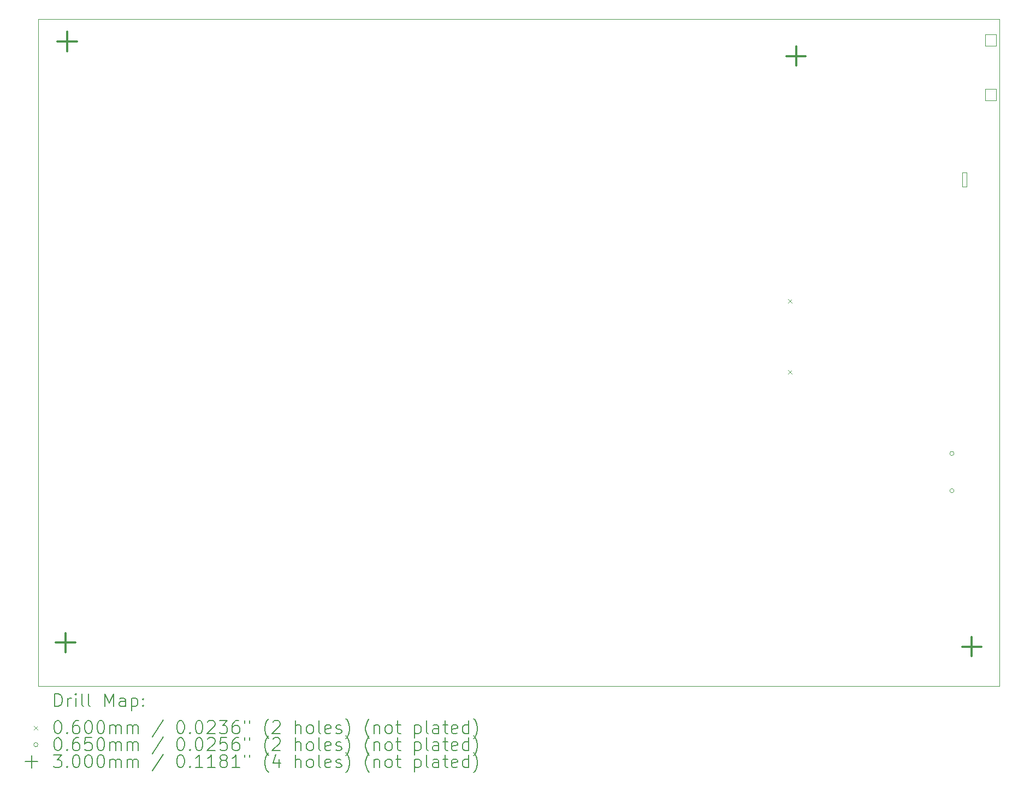
<source format=gbr>
%TF.GenerationSoftware,KiCad,Pcbnew,9.0.1*%
%TF.CreationDate,2025-09-03T14:35:04-07:00*%
%TF.ProjectId,Project68,50726f6a-6563-4743-9638-2e6b69636164,rev?*%
%TF.SameCoordinates,Original*%
%TF.FileFunction,Drillmap*%
%TF.FilePolarity,Positive*%
%FSLAX45Y45*%
G04 Gerber Fmt 4.5, Leading zero omitted, Abs format (unit mm)*
G04 Created by KiCad (PCBNEW 9.0.1) date 2025-09-03 14:35:04*
%MOMM*%
%LPD*%
G01*
G04 APERTURE LIST*
%ADD10C,0.050000*%
%ADD11C,0.010000*%
%ADD12C,0.200000*%
%ADD13C,0.100000*%
%ADD14C,0.300000*%
G04 APERTURE END LIST*
D10*
X8575000Y-3948100D02*
X23480000Y-3948100D01*
X23480000Y-14300000D01*
X8575000Y-14300000D01*
X8575000Y-3948100D01*
D11*
X23255000Y-4185000D02*
X23255000Y-4365000D01*
X23255000Y-4365000D02*
X23425000Y-4365000D01*
X23255000Y-5035000D02*
X23255000Y-5215000D01*
X23255000Y-5215000D02*
X23425000Y-5215000D01*
X23425000Y-4185000D02*
X23255000Y-4185000D01*
X23425000Y-4365000D02*
X23425000Y-4185000D01*
X23425000Y-5035000D02*
X23255000Y-5035000D01*
X23425000Y-5215000D02*
X23425000Y-5035000D01*
X22904600Y-6333500D02*
X22974600Y-6333500D01*
X22904600Y-6553500D02*
X22904600Y-6333500D01*
X22974600Y-6333500D02*
X22974600Y-6553500D01*
X22974600Y-6553500D02*
X22904600Y-6553500D01*
D12*
D13*
X20204600Y-8298500D02*
X20264600Y-8358500D01*
X20264600Y-8298500D02*
X20204600Y-8358500D01*
X20204600Y-9398500D02*
X20264600Y-9458500D01*
X20264600Y-9398500D02*
X20204600Y-9458500D01*
X22774100Y-10689000D02*
G75*
G02*
X22709100Y-10689000I-32500J0D01*
G01*
X22709100Y-10689000D02*
G75*
G02*
X22774100Y-10689000I32500J0D01*
G01*
X22774100Y-11267000D02*
G75*
G02*
X22709100Y-11267000I-32500J0D01*
G01*
X22709100Y-11267000D02*
G75*
G02*
X22774100Y-11267000I32500J0D01*
G01*
D14*
X9000000Y-13475000D02*
X9000000Y-13775000D01*
X8850000Y-13625000D02*
X9150000Y-13625000D01*
X9025000Y-4150000D02*
X9025000Y-4450000D01*
X8875000Y-4300000D02*
X9175000Y-4300000D01*
X20325000Y-4375000D02*
X20325000Y-4675000D01*
X20175000Y-4525000D02*
X20475000Y-4525000D01*
X23050000Y-13536500D02*
X23050000Y-13836500D01*
X22900000Y-13686500D02*
X23200000Y-13686500D01*
D12*
X8833277Y-14613984D02*
X8833277Y-14413984D01*
X8833277Y-14413984D02*
X8880896Y-14413984D01*
X8880896Y-14413984D02*
X8909467Y-14423508D01*
X8909467Y-14423508D02*
X8928515Y-14442555D01*
X8928515Y-14442555D02*
X8938039Y-14461603D01*
X8938039Y-14461603D02*
X8947563Y-14499698D01*
X8947563Y-14499698D02*
X8947563Y-14528269D01*
X8947563Y-14528269D02*
X8938039Y-14566365D01*
X8938039Y-14566365D02*
X8928515Y-14585412D01*
X8928515Y-14585412D02*
X8909467Y-14604460D01*
X8909467Y-14604460D02*
X8880896Y-14613984D01*
X8880896Y-14613984D02*
X8833277Y-14613984D01*
X9033277Y-14613984D02*
X9033277Y-14480650D01*
X9033277Y-14518746D02*
X9042801Y-14499698D01*
X9042801Y-14499698D02*
X9052324Y-14490174D01*
X9052324Y-14490174D02*
X9071372Y-14480650D01*
X9071372Y-14480650D02*
X9090420Y-14480650D01*
X9157086Y-14613984D02*
X9157086Y-14480650D01*
X9157086Y-14413984D02*
X9147563Y-14423508D01*
X9147563Y-14423508D02*
X9157086Y-14433031D01*
X9157086Y-14433031D02*
X9166610Y-14423508D01*
X9166610Y-14423508D02*
X9157086Y-14413984D01*
X9157086Y-14413984D02*
X9157086Y-14433031D01*
X9280896Y-14613984D02*
X9261848Y-14604460D01*
X9261848Y-14604460D02*
X9252324Y-14585412D01*
X9252324Y-14585412D02*
X9252324Y-14413984D01*
X9385658Y-14613984D02*
X9366610Y-14604460D01*
X9366610Y-14604460D02*
X9357086Y-14585412D01*
X9357086Y-14585412D02*
X9357086Y-14413984D01*
X9614229Y-14613984D02*
X9614229Y-14413984D01*
X9614229Y-14413984D02*
X9680896Y-14556841D01*
X9680896Y-14556841D02*
X9747563Y-14413984D01*
X9747563Y-14413984D02*
X9747563Y-14613984D01*
X9928515Y-14613984D02*
X9928515Y-14509222D01*
X9928515Y-14509222D02*
X9918991Y-14490174D01*
X9918991Y-14490174D02*
X9899944Y-14480650D01*
X9899944Y-14480650D02*
X9861848Y-14480650D01*
X9861848Y-14480650D02*
X9842801Y-14490174D01*
X9928515Y-14604460D02*
X9909467Y-14613984D01*
X9909467Y-14613984D02*
X9861848Y-14613984D01*
X9861848Y-14613984D02*
X9842801Y-14604460D01*
X9842801Y-14604460D02*
X9833277Y-14585412D01*
X9833277Y-14585412D02*
X9833277Y-14566365D01*
X9833277Y-14566365D02*
X9842801Y-14547317D01*
X9842801Y-14547317D02*
X9861848Y-14537793D01*
X9861848Y-14537793D02*
X9909467Y-14537793D01*
X9909467Y-14537793D02*
X9928515Y-14528269D01*
X10023753Y-14480650D02*
X10023753Y-14680650D01*
X10023753Y-14490174D02*
X10042801Y-14480650D01*
X10042801Y-14480650D02*
X10080896Y-14480650D01*
X10080896Y-14480650D02*
X10099944Y-14490174D01*
X10099944Y-14490174D02*
X10109467Y-14499698D01*
X10109467Y-14499698D02*
X10118991Y-14518746D01*
X10118991Y-14518746D02*
X10118991Y-14575888D01*
X10118991Y-14575888D02*
X10109467Y-14594936D01*
X10109467Y-14594936D02*
X10099944Y-14604460D01*
X10099944Y-14604460D02*
X10080896Y-14613984D01*
X10080896Y-14613984D02*
X10042801Y-14613984D01*
X10042801Y-14613984D02*
X10023753Y-14604460D01*
X10204705Y-14594936D02*
X10214229Y-14604460D01*
X10214229Y-14604460D02*
X10204705Y-14613984D01*
X10204705Y-14613984D02*
X10195182Y-14604460D01*
X10195182Y-14604460D02*
X10204705Y-14594936D01*
X10204705Y-14594936D02*
X10204705Y-14613984D01*
X10204705Y-14490174D02*
X10214229Y-14499698D01*
X10214229Y-14499698D02*
X10204705Y-14509222D01*
X10204705Y-14509222D02*
X10195182Y-14499698D01*
X10195182Y-14499698D02*
X10204705Y-14490174D01*
X10204705Y-14490174D02*
X10204705Y-14509222D01*
D13*
X8512500Y-14912500D02*
X8572500Y-14972500D01*
X8572500Y-14912500D02*
X8512500Y-14972500D01*
D12*
X8871372Y-14833984D02*
X8890420Y-14833984D01*
X8890420Y-14833984D02*
X8909467Y-14843508D01*
X8909467Y-14843508D02*
X8918991Y-14853031D01*
X8918991Y-14853031D02*
X8928515Y-14872079D01*
X8928515Y-14872079D02*
X8938039Y-14910174D01*
X8938039Y-14910174D02*
X8938039Y-14957793D01*
X8938039Y-14957793D02*
X8928515Y-14995888D01*
X8928515Y-14995888D02*
X8918991Y-15014936D01*
X8918991Y-15014936D02*
X8909467Y-15024460D01*
X8909467Y-15024460D02*
X8890420Y-15033984D01*
X8890420Y-15033984D02*
X8871372Y-15033984D01*
X8871372Y-15033984D02*
X8852324Y-15024460D01*
X8852324Y-15024460D02*
X8842801Y-15014936D01*
X8842801Y-15014936D02*
X8833277Y-14995888D01*
X8833277Y-14995888D02*
X8823753Y-14957793D01*
X8823753Y-14957793D02*
X8823753Y-14910174D01*
X8823753Y-14910174D02*
X8833277Y-14872079D01*
X8833277Y-14872079D02*
X8842801Y-14853031D01*
X8842801Y-14853031D02*
X8852324Y-14843508D01*
X8852324Y-14843508D02*
X8871372Y-14833984D01*
X9023753Y-15014936D02*
X9033277Y-15024460D01*
X9033277Y-15024460D02*
X9023753Y-15033984D01*
X9023753Y-15033984D02*
X9014229Y-15024460D01*
X9014229Y-15024460D02*
X9023753Y-15014936D01*
X9023753Y-15014936D02*
X9023753Y-15033984D01*
X9204705Y-14833984D02*
X9166610Y-14833984D01*
X9166610Y-14833984D02*
X9147563Y-14843508D01*
X9147563Y-14843508D02*
X9138039Y-14853031D01*
X9138039Y-14853031D02*
X9118991Y-14881603D01*
X9118991Y-14881603D02*
X9109467Y-14919698D01*
X9109467Y-14919698D02*
X9109467Y-14995888D01*
X9109467Y-14995888D02*
X9118991Y-15014936D01*
X9118991Y-15014936D02*
X9128515Y-15024460D01*
X9128515Y-15024460D02*
X9147563Y-15033984D01*
X9147563Y-15033984D02*
X9185658Y-15033984D01*
X9185658Y-15033984D02*
X9204705Y-15024460D01*
X9204705Y-15024460D02*
X9214229Y-15014936D01*
X9214229Y-15014936D02*
X9223753Y-14995888D01*
X9223753Y-14995888D02*
X9223753Y-14948269D01*
X9223753Y-14948269D02*
X9214229Y-14929222D01*
X9214229Y-14929222D02*
X9204705Y-14919698D01*
X9204705Y-14919698D02*
X9185658Y-14910174D01*
X9185658Y-14910174D02*
X9147563Y-14910174D01*
X9147563Y-14910174D02*
X9128515Y-14919698D01*
X9128515Y-14919698D02*
X9118991Y-14929222D01*
X9118991Y-14929222D02*
X9109467Y-14948269D01*
X9347563Y-14833984D02*
X9366610Y-14833984D01*
X9366610Y-14833984D02*
X9385658Y-14843508D01*
X9385658Y-14843508D02*
X9395182Y-14853031D01*
X9395182Y-14853031D02*
X9404705Y-14872079D01*
X9404705Y-14872079D02*
X9414229Y-14910174D01*
X9414229Y-14910174D02*
X9414229Y-14957793D01*
X9414229Y-14957793D02*
X9404705Y-14995888D01*
X9404705Y-14995888D02*
X9395182Y-15014936D01*
X9395182Y-15014936D02*
X9385658Y-15024460D01*
X9385658Y-15024460D02*
X9366610Y-15033984D01*
X9366610Y-15033984D02*
X9347563Y-15033984D01*
X9347563Y-15033984D02*
X9328515Y-15024460D01*
X9328515Y-15024460D02*
X9318991Y-15014936D01*
X9318991Y-15014936D02*
X9309467Y-14995888D01*
X9309467Y-14995888D02*
X9299944Y-14957793D01*
X9299944Y-14957793D02*
X9299944Y-14910174D01*
X9299944Y-14910174D02*
X9309467Y-14872079D01*
X9309467Y-14872079D02*
X9318991Y-14853031D01*
X9318991Y-14853031D02*
X9328515Y-14843508D01*
X9328515Y-14843508D02*
X9347563Y-14833984D01*
X9538039Y-14833984D02*
X9557086Y-14833984D01*
X9557086Y-14833984D02*
X9576134Y-14843508D01*
X9576134Y-14843508D02*
X9585658Y-14853031D01*
X9585658Y-14853031D02*
X9595182Y-14872079D01*
X9595182Y-14872079D02*
X9604705Y-14910174D01*
X9604705Y-14910174D02*
X9604705Y-14957793D01*
X9604705Y-14957793D02*
X9595182Y-14995888D01*
X9595182Y-14995888D02*
X9585658Y-15014936D01*
X9585658Y-15014936D02*
X9576134Y-15024460D01*
X9576134Y-15024460D02*
X9557086Y-15033984D01*
X9557086Y-15033984D02*
X9538039Y-15033984D01*
X9538039Y-15033984D02*
X9518991Y-15024460D01*
X9518991Y-15024460D02*
X9509467Y-15014936D01*
X9509467Y-15014936D02*
X9499944Y-14995888D01*
X9499944Y-14995888D02*
X9490420Y-14957793D01*
X9490420Y-14957793D02*
X9490420Y-14910174D01*
X9490420Y-14910174D02*
X9499944Y-14872079D01*
X9499944Y-14872079D02*
X9509467Y-14853031D01*
X9509467Y-14853031D02*
X9518991Y-14843508D01*
X9518991Y-14843508D02*
X9538039Y-14833984D01*
X9690420Y-15033984D02*
X9690420Y-14900650D01*
X9690420Y-14919698D02*
X9699944Y-14910174D01*
X9699944Y-14910174D02*
X9718991Y-14900650D01*
X9718991Y-14900650D02*
X9747563Y-14900650D01*
X9747563Y-14900650D02*
X9766610Y-14910174D01*
X9766610Y-14910174D02*
X9776134Y-14929222D01*
X9776134Y-14929222D02*
X9776134Y-15033984D01*
X9776134Y-14929222D02*
X9785658Y-14910174D01*
X9785658Y-14910174D02*
X9804705Y-14900650D01*
X9804705Y-14900650D02*
X9833277Y-14900650D01*
X9833277Y-14900650D02*
X9852325Y-14910174D01*
X9852325Y-14910174D02*
X9861848Y-14929222D01*
X9861848Y-14929222D02*
X9861848Y-15033984D01*
X9957086Y-15033984D02*
X9957086Y-14900650D01*
X9957086Y-14919698D02*
X9966610Y-14910174D01*
X9966610Y-14910174D02*
X9985658Y-14900650D01*
X9985658Y-14900650D02*
X10014229Y-14900650D01*
X10014229Y-14900650D02*
X10033277Y-14910174D01*
X10033277Y-14910174D02*
X10042801Y-14929222D01*
X10042801Y-14929222D02*
X10042801Y-15033984D01*
X10042801Y-14929222D02*
X10052325Y-14910174D01*
X10052325Y-14910174D02*
X10071372Y-14900650D01*
X10071372Y-14900650D02*
X10099944Y-14900650D01*
X10099944Y-14900650D02*
X10118991Y-14910174D01*
X10118991Y-14910174D02*
X10128515Y-14929222D01*
X10128515Y-14929222D02*
X10128515Y-15033984D01*
X10518991Y-14824460D02*
X10347563Y-15081603D01*
X10776134Y-14833984D02*
X10795182Y-14833984D01*
X10795182Y-14833984D02*
X10814229Y-14843508D01*
X10814229Y-14843508D02*
X10823753Y-14853031D01*
X10823753Y-14853031D02*
X10833277Y-14872079D01*
X10833277Y-14872079D02*
X10842801Y-14910174D01*
X10842801Y-14910174D02*
X10842801Y-14957793D01*
X10842801Y-14957793D02*
X10833277Y-14995888D01*
X10833277Y-14995888D02*
X10823753Y-15014936D01*
X10823753Y-15014936D02*
X10814229Y-15024460D01*
X10814229Y-15024460D02*
X10795182Y-15033984D01*
X10795182Y-15033984D02*
X10776134Y-15033984D01*
X10776134Y-15033984D02*
X10757087Y-15024460D01*
X10757087Y-15024460D02*
X10747563Y-15014936D01*
X10747563Y-15014936D02*
X10738039Y-14995888D01*
X10738039Y-14995888D02*
X10728515Y-14957793D01*
X10728515Y-14957793D02*
X10728515Y-14910174D01*
X10728515Y-14910174D02*
X10738039Y-14872079D01*
X10738039Y-14872079D02*
X10747563Y-14853031D01*
X10747563Y-14853031D02*
X10757087Y-14843508D01*
X10757087Y-14843508D02*
X10776134Y-14833984D01*
X10928515Y-15014936D02*
X10938039Y-15024460D01*
X10938039Y-15024460D02*
X10928515Y-15033984D01*
X10928515Y-15033984D02*
X10918991Y-15024460D01*
X10918991Y-15024460D02*
X10928515Y-15014936D01*
X10928515Y-15014936D02*
X10928515Y-15033984D01*
X11061848Y-14833984D02*
X11080896Y-14833984D01*
X11080896Y-14833984D02*
X11099944Y-14843508D01*
X11099944Y-14843508D02*
X11109468Y-14853031D01*
X11109468Y-14853031D02*
X11118991Y-14872079D01*
X11118991Y-14872079D02*
X11128515Y-14910174D01*
X11128515Y-14910174D02*
X11128515Y-14957793D01*
X11128515Y-14957793D02*
X11118991Y-14995888D01*
X11118991Y-14995888D02*
X11109468Y-15014936D01*
X11109468Y-15014936D02*
X11099944Y-15024460D01*
X11099944Y-15024460D02*
X11080896Y-15033984D01*
X11080896Y-15033984D02*
X11061848Y-15033984D01*
X11061848Y-15033984D02*
X11042801Y-15024460D01*
X11042801Y-15024460D02*
X11033277Y-15014936D01*
X11033277Y-15014936D02*
X11023753Y-14995888D01*
X11023753Y-14995888D02*
X11014229Y-14957793D01*
X11014229Y-14957793D02*
X11014229Y-14910174D01*
X11014229Y-14910174D02*
X11023753Y-14872079D01*
X11023753Y-14872079D02*
X11033277Y-14853031D01*
X11033277Y-14853031D02*
X11042801Y-14843508D01*
X11042801Y-14843508D02*
X11061848Y-14833984D01*
X11204706Y-14853031D02*
X11214229Y-14843508D01*
X11214229Y-14843508D02*
X11233277Y-14833984D01*
X11233277Y-14833984D02*
X11280896Y-14833984D01*
X11280896Y-14833984D02*
X11299944Y-14843508D01*
X11299944Y-14843508D02*
X11309467Y-14853031D01*
X11309467Y-14853031D02*
X11318991Y-14872079D01*
X11318991Y-14872079D02*
X11318991Y-14891127D01*
X11318991Y-14891127D02*
X11309467Y-14919698D01*
X11309467Y-14919698D02*
X11195182Y-15033984D01*
X11195182Y-15033984D02*
X11318991Y-15033984D01*
X11385658Y-14833984D02*
X11509467Y-14833984D01*
X11509467Y-14833984D02*
X11442801Y-14910174D01*
X11442801Y-14910174D02*
X11471372Y-14910174D01*
X11471372Y-14910174D02*
X11490420Y-14919698D01*
X11490420Y-14919698D02*
X11499944Y-14929222D01*
X11499944Y-14929222D02*
X11509467Y-14948269D01*
X11509467Y-14948269D02*
X11509467Y-14995888D01*
X11509467Y-14995888D02*
X11499944Y-15014936D01*
X11499944Y-15014936D02*
X11490420Y-15024460D01*
X11490420Y-15024460D02*
X11471372Y-15033984D01*
X11471372Y-15033984D02*
X11414229Y-15033984D01*
X11414229Y-15033984D02*
X11395182Y-15024460D01*
X11395182Y-15024460D02*
X11385658Y-15014936D01*
X11680896Y-14833984D02*
X11642801Y-14833984D01*
X11642801Y-14833984D02*
X11623753Y-14843508D01*
X11623753Y-14843508D02*
X11614229Y-14853031D01*
X11614229Y-14853031D02*
X11595182Y-14881603D01*
X11595182Y-14881603D02*
X11585658Y-14919698D01*
X11585658Y-14919698D02*
X11585658Y-14995888D01*
X11585658Y-14995888D02*
X11595182Y-15014936D01*
X11595182Y-15014936D02*
X11604706Y-15024460D01*
X11604706Y-15024460D02*
X11623753Y-15033984D01*
X11623753Y-15033984D02*
X11661848Y-15033984D01*
X11661848Y-15033984D02*
X11680896Y-15024460D01*
X11680896Y-15024460D02*
X11690420Y-15014936D01*
X11690420Y-15014936D02*
X11699944Y-14995888D01*
X11699944Y-14995888D02*
X11699944Y-14948269D01*
X11699944Y-14948269D02*
X11690420Y-14929222D01*
X11690420Y-14929222D02*
X11680896Y-14919698D01*
X11680896Y-14919698D02*
X11661848Y-14910174D01*
X11661848Y-14910174D02*
X11623753Y-14910174D01*
X11623753Y-14910174D02*
X11604706Y-14919698D01*
X11604706Y-14919698D02*
X11595182Y-14929222D01*
X11595182Y-14929222D02*
X11585658Y-14948269D01*
X11776134Y-14833984D02*
X11776134Y-14872079D01*
X11852325Y-14833984D02*
X11852325Y-14872079D01*
X12147563Y-15110174D02*
X12138039Y-15100650D01*
X12138039Y-15100650D02*
X12118991Y-15072079D01*
X12118991Y-15072079D02*
X12109468Y-15053031D01*
X12109468Y-15053031D02*
X12099944Y-15024460D01*
X12099944Y-15024460D02*
X12090420Y-14976841D01*
X12090420Y-14976841D02*
X12090420Y-14938746D01*
X12090420Y-14938746D02*
X12099944Y-14891127D01*
X12099944Y-14891127D02*
X12109468Y-14862555D01*
X12109468Y-14862555D02*
X12118991Y-14843508D01*
X12118991Y-14843508D02*
X12138039Y-14814936D01*
X12138039Y-14814936D02*
X12147563Y-14805412D01*
X12214229Y-14853031D02*
X12223753Y-14843508D01*
X12223753Y-14843508D02*
X12242801Y-14833984D01*
X12242801Y-14833984D02*
X12290420Y-14833984D01*
X12290420Y-14833984D02*
X12309468Y-14843508D01*
X12309468Y-14843508D02*
X12318991Y-14853031D01*
X12318991Y-14853031D02*
X12328515Y-14872079D01*
X12328515Y-14872079D02*
X12328515Y-14891127D01*
X12328515Y-14891127D02*
X12318991Y-14919698D01*
X12318991Y-14919698D02*
X12204706Y-15033984D01*
X12204706Y-15033984D02*
X12328515Y-15033984D01*
X12566610Y-15033984D02*
X12566610Y-14833984D01*
X12652325Y-15033984D02*
X12652325Y-14929222D01*
X12652325Y-14929222D02*
X12642801Y-14910174D01*
X12642801Y-14910174D02*
X12623753Y-14900650D01*
X12623753Y-14900650D02*
X12595182Y-14900650D01*
X12595182Y-14900650D02*
X12576134Y-14910174D01*
X12576134Y-14910174D02*
X12566610Y-14919698D01*
X12776134Y-15033984D02*
X12757087Y-15024460D01*
X12757087Y-15024460D02*
X12747563Y-15014936D01*
X12747563Y-15014936D02*
X12738039Y-14995888D01*
X12738039Y-14995888D02*
X12738039Y-14938746D01*
X12738039Y-14938746D02*
X12747563Y-14919698D01*
X12747563Y-14919698D02*
X12757087Y-14910174D01*
X12757087Y-14910174D02*
X12776134Y-14900650D01*
X12776134Y-14900650D02*
X12804706Y-14900650D01*
X12804706Y-14900650D02*
X12823753Y-14910174D01*
X12823753Y-14910174D02*
X12833277Y-14919698D01*
X12833277Y-14919698D02*
X12842801Y-14938746D01*
X12842801Y-14938746D02*
X12842801Y-14995888D01*
X12842801Y-14995888D02*
X12833277Y-15014936D01*
X12833277Y-15014936D02*
X12823753Y-15024460D01*
X12823753Y-15024460D02*
X12804706Y-15033984D01*
X12804706Y-15033984D02*
X12776134Y-15033984D01*
X12957087Y-15033984D02*
X12938039Y-15024460D01*
X12938039Y-15024460D02*
X12928515Y-15005412D01*
X12928515Y-15005412D02*
X12928515Y-14833984D01*
X13109468Y-15024460D02*
X13090420Y-15033984D01*
X13090420Y-15033984D02*
X13052325Y-15033984D01*
X13052325Y-15033984D02*
X13033277Y-15024460D01*
X13033277Y-15024460D02*
X13023753Y-15005412D01*
X13023753Y-15005412D02*
X13023753Y-14929222D01*
X13023753Y-14929222D02*
X13033277Y-14910174D01*
X13033277Y-14910174D02*
X13052325Y-14900650D01*
X13052325Y-14900650D02*
X13090420Y-14900650D01*
X13090420Y-14900650D02*
X13109468Y-14910174D01*
X13109468Y-14910174D02*
X13118991Y-14929222D01*
X13118991Y-14929222D02*
X13118991Y-14948269D01*
X13118991Y-14948269D02*
X13023753Y-14967317D01*
X13195182Y-15024460D02*
X13214230Y-15033984D01*
X13214230Y-15033984D02*
X13252325Y-15033984D01*
X13252325Y-15033984D02*
X13271372Y-15024460D01*
X13271372Y-15024460D02*
X13280896Y-15005412D01*
X13280896Y-15005412D02*
X13280896Y-14995888D01*
X13280896Y-14995888D02*
X13271372Y-14976841D01*
X13271372Y-14976841D02*
X13252325Y-14967317D01*
X13252325Y-14967317D02*
X13223753Y-14967317D01*
X13223753Y-14967317D02*
X13204706Y-14957793D01*
X13204706Y-14957793D02*
X13195182Y-14938746D01*
X13195182Y-14938746D02*
X13195182Y-14929222D01*
X13195182Y-14929222D02*
X13204706Y-14910174D01*
X13204706Y-14910174D02*
X13223753Y-14900650D01*
X13223753Y-14900650D02*
X13252325Y-14900650D01*
X13252325Y-14900650D02*
X13271372Y-14910174D01*
X13347563Y-15110174D02*
X13357087Y-15100650D01*
X13357087Y-15100650D02*
X13376134Y-15072079D01*
X13376134Y-15072079D02*
X13385658Y-15053031D01*
X13385658Y-15053031D02*
X13395182Y-15024460D01*
X13395182Y-15024460D02*
X13404706Y-14976841D01*
X13404706Y-14976841D02*
X13404706Y-14938746D01*
X13404706Y-14938746D02*
X13395182Y-14891127D01*
X13395182Y-14891127D02*
X13385658Y-14862555D01*
X13385658Y-14862555D02*
X13376134Y-14843508D01*
X13376134Y-14843508D02*
X13357087Y-14814936D01*
X13357087Y-14814936D02*
X13347563Y-14805412D01*
X13709468Y-15110174D02*
X13699944Y-15100650D01*
X13699944Y-15100650D02*
X13680896Y-15072079D01*
X13680896Y-15072079D02*
X13671372Y-15053031D01*
X13671372Y-15053031D02*
X13661849Y-15024460D01*
X13661849Y-15024460D02*
X13652325Y-14976841D01*
X13652325Y-14976841D02*
X13652325Y-14938746D01*
X13652325Y-14938746D02*
X13661849Y-14891127D01*
X13661849Y-14891127D02*
X13671372Y-14862555D01*
X13671372Y-14862555D02*
X13680896Y-14843508D01*
X13680896Y-14843508D02*
X13699944Y-14814936D01*
X13699944Y-14814936D02*
X13709468Y-14805412D01*
X13785658Y-14900650D02*
X13785658Y-15033984D01*
X13785658Y-14919698D02*
X13795182Y-14910174D01*
X13795182Y-14910174D02*
X13814230Y-14900650D01*
X13814230Y-14900650D02*
X13842801Y-14900650D01*
X13842801Y-14900650D02*
X13861849Y-14910174D01*
X13861849Y-14910174D02*
X13871372Y-14929222D01*
X13871372Y-14929222D02*
X13871372Y-15033984D01*
X13995182Y-15033984D02*
X13976134Y-15024460D01*
X13976134Y-15024460D02*
X13966611Y-15014936D01*
X13966611Y-15014936D02*
X13957087Y-14995888D01*
X13957087Y-14995888D02*
X13957087Y-14938746D01*
X13957087Y-14938746D02*
X13966611Y-14919698D01*
X13966611Y-14919698D02*
X13976134Y-14910174D01*
X13976134Y-14910174D02*
X13995182Y-14900650D01*
X13995182Y-14900650D02*
X14023753Y-14900650D01*
X14023753Y-14900650D02*
X14042801Y-14910174D01*
X14042801Y-14910174D02*
X14052325Y-14919698D01*
X14052325Y-14919698D02*
X14061849Y-14938746D01*
X14061849Y-14938746D02*
X14061849Y-14995888D01*
X14061849Y-14995888D02*
X14052325Y-15014936D01*
X14052325Y-15014936D02*
X14042801Y-15024460D01*
X14042801Y-15024460D02*
X14023753Y-15033984D01*
X14023753Y-15033984D02*
X13995182Y-15033984D01*
X14118992Y-14900650D02*
X14195182Y-14900650D01*
X14147563Y-14833984D02*
X14147563Y-15005412D01*
X14147563Y-15005412D02*
X14157087Y-15024460D01*
X14157087Y-15024460D02*
X14176134Y-15033984D01*
X14176134Y-15033984D02*
X14195182Y-15033984D01*
X14414230Y-14900650D02*
X14414230Y-15100650D01*
X14414230Y-14910174D02*
X14433277Y-14900650D01*
X14433277Y-14900650D02*
X14471373Y-14900650D01*
X14471373Y-14900650D02*
X14490420Y-14910174D01*
X14490420Y-14910174D02*
X14499944Y-14919698D01*
X14499944Y-14919698D02*
X14509468Y-14938746D01*
X14509468Y-14938746D02*
X14509468Y-14995888D01*
X14509468Y-14995888D02*
X14499944Y-15014936D01*
X14499944Y-15014936D02*
X14490420Y-15024460D01*
X14490420Y-15024460D02*
X14471373Y-15033984D01*
X14471373Y-15033984D02*
X14433277Y-15033984D01*
X14433277Y-15033984D02*
X14414230Y-15024460D01*
X14623753Y-15033984D02*
X14604706Y-15024460D01*
X14604706Y-15024460D02*
X14595182Y-15005412D01*
X14595182Y-15005412D02*
X14595182Y-14833984D01*
X14785658Y-15033984D02*
X14785658Y-14929222D01*
X14785658Y-14929222D02*
X14776134Y-14910174D01*
X14776134Y-14910174D02*
X14757087Y-14900650D01*
X14757087Y-14900650D02*
X14718992Y-14900650D01*
X14718992Y-14900650D02*
X14699944Y-14910174D01*
X14785658Y-15024460D02*
X14766611Y-15033984D01*
X14766611Y-15033984D02*
X14718992Y-15033984D01*
X14718992Y-15033984D02*
X14699944Y-15024460D01*
X14699944Y-15024460D02*
X14690420Y-15005412D01*
X14690420Y-15005412D02*
X14690420Y-14986365D01*
X14690420Y-14986365D02*
X14699944Y-14967317D01*
X14699944Y-14967317D02*
X14718992Y-14957793D01*
X14718992Y-14957793D02*
X14766611Y-14957793D01*
X14766611Y-14957793D02*
X14785658Y-14948269D01*
X14852325Y-14900650D02*
X14928515Y-14900650D01*
X14880896Y-14833984D02*
X14880896Y-15005412D01*
X14880896Y-15005412D02*
X14890420Y-15024460D01*
X14890420Y-15024460D02*
X14909468Y-15033984D01*
X14909468Y-15033984D02*
X14928515Y-15033984D01*
X15071373Y-15024460D02*
X15052325Y-15033984D01*
X15052325Y-15033984D02*
X15014230Y-15033984D01*
X15014230Y-15033984D02*
X14995182Y-15024460D01*
X14995182Y-15024460D02*
X14985658Y-15005412D01*
X14985658Y-15005412D02*
X14985658Y-14929222D01*
X14985658Y-14929222D02*
X14995182Y-14910174D01*
X14995182Y-14910174D02*
X15014230Y-14900650D01*
X15014230Y-14900650D02*
X15052325Y-14900650D01*
X15052325Y-14900650D02*
X15071373Y-14910174D01*
X15071373Y-14910174D02*
X15080896Y-14929222D01*
X15080896Y-14929222D02*
X15080896Y-14948269D01*
X15080896Y-14948269D02*
X14985658Y-14967317D01*
X15252325Y-15033984D02*
X15252325Y-14833984D01*
X15252325Y-15024460D02*
X15233277Y-15033984D01*
X15233277Y-15033984D02*
X15195182Y-15033984D01*
X15195182Y-15033984D02*
X15176134Y-15024460D01*
X15176134Y-15024460D02*
X15166611Y-15014936D01*
X15166611Y-15014936D02*
X15157087Y-14995888D01*
X15157087Y-14995888D02*
X15157087Y-14938746D01*
X15157087Y-14938746D02*
X15166611Y-14919698D01*
X15166611Y-14919698D02*
X15176134Y-14910174D01*
X15176134Y-14910174D02*
X15195182Y-14900650D01*
X15195182Y-14900650D02*
X15233277Y-14900650D01*
X15233277Y-14900650D02*
X15252325Y-14910174D01*
X15328515Y-15110174D02*
X15338039Y-15100650D01*
X15338039Y-15100650D02*
X15357087Y-15072079D01*
X15357087Y-15072079D02*
X15366611Y-15053031D01*
X15366611Y-15053031D02*
X15376134Y-15024460D01*
X15376134Y-15024460D02*
X15385658Y-14976841D01*
X15385658Y-14976841D02*
X15385658Y-14938746D01*
X15385658Y-14938746D02*
X15376134Y-14891127D01*
X15376134Y-14891127D02*
X15366611Y-14862555D01*
X15366611Y-14862555D02*
X15357087Y-14843508D01*
X15357087Y-14843508D02*
X15338039Y-14814936D01*
X15338039Y-14814936D02*
X15328515Y-14805412D01*
D13*
X8572500Y-15206500D02*
G75*
G02*
X8507500Y-15206500I-32500J0D01*
G01*
X8507500Y-15206500D02*
G75*
G02*
X8572500Y-15206500I32500J0D01*
G01*
D12*
X8871372Y-15097984D02*
X8890420Y-15097984D01*
X8890420Y-15097984D02*
X8909467Y-15107508D01*
X8909467Y-15107508D02*
X8918991Y-15117031D01*
X8918991Y-15117031D02*
X8928515Y-15136079D01*
X8928515Y-15136079D02*
X8938039Y-15174174D01*
X8938039Y-15174174D02*
X8938039Y-15221793D01*
X8938039Y-15221793D02*
X8928515Y-15259888D01*
X8928515Y-15259888D02*
X8918991Y-15278936D01*
X8918991Y-15278936D02*
X8909467Y-15288460D01*
X8909467Y-15288460D02*
X8890420Y-15297984D01*
X8890420Y-15297984D02*
X8871372Y-15297984D01*
X8871372Y-15297984D02*
X8852324Y-15288460D01*
X8852324Y-15288460D02*
X8842801Y-15278936D01*
X8842801Y-15278936D02*
X8833277Y-15259888D01*
X8833277Y-15259888D02*
X8823753Y-15221793D01*
X8823753Y-15221793D02*
X8823753Y-15174174D01*
X8823753Y-15174174D02*
X8833277Y-15136079D01*
X8833277Y-15136079D02*
X8842801Y-15117031D01*
X8842801Y-15117031D02*
X8852324Y-15107508D01*
X8852324Y-15107508D02*
X8871372Y-15097984D01*
X9023753Y-15278936D02*
X9033277Y-15288460D01*
X9033277Y-15288460D02*
X9023753Y-15297984D01*
X9023753Y-15297984D02*
X9014229Y-15288460D01*
X9014229Y-15288460D02*
X9023753Y-15278936D01*
X9023753Y-15278936D02*
X9023753Y-15297984D01*
X9204705Y-15097984D02*
X9166610Y-15097984D01*
X9166610Y-15097984D02*
X9147563Y-15107508D01*
X9147563Y-15107508D02*
X9138039Y-15117031D01*
X9138039Y-15117031D02*
X9118991Y-15145603D01*
X9118991Y-15145603D02*
X9109467Y-15183698D01*
X9109467Y-15183698D02*
X9109467Y-15259888D01*
X9109467Y-15259888D02*
X9118991Y-15278936D01*
X9118991Y-15278936D02*
X9128515Y-15288460D01*
X9128515Y-15288460D02*
X9147563Y-15297984D01*
X9147563Y-15297984D02*
X9185658Y-15297984D01*
X9185658Y-15297984D02*
X9204705Y-15288460D01*
X9204705Y-15288460D02*
X9214229Y-15278936D01*
X9214229Y-15278936D02*
X9223753Y-15259888D01*
X9223753Y-15259888D02*
X9223753Y-15212269D01*
X9223753Y-15212269D02*
X9214229Y-15193222D01*
X9214229Y-15193222D02*
X9204705Y-15183698D01*
X9204705Y-15183698D02*
X9185658Y-15174174D01*
X9185658Y-15174174D02*
X9147563Y-15174174D01*
X9147563Y-15174174D02*
X9128515Y-15183698D01*
X9128515Y-15183698D02*
X9118991Y-15193222D01*
X9118991Y-15193222D02*
X9109467Y-15212269D01*
X9404705Y-15097984D02*
X9309467Y-15097984D01*
X9309467Y-15097984D02*
X9299944Y-15193222D01*
X9299944Y-15193222D02*
X9309467Y-15183698D01*
X9309467Y-15183698D02*
X9328515Y-15174174D01*
X9328515Y-15174174D02*
X9376134Y-15174174D01*
X9376134Y-15174174D02*
X9395182Y-15183698D01*
X9395182Y-15183698D02*
X9404705Y-15193222D01*
X9404705Y-15193222D02*
X9414229Y-15212269D01*
X9414229Y-15212269D02*
X9414229Y-15259888D01*
X9414229Y-15259888D02*
X9404705Y-15278936D01*
X9404705Y-15278936D02*
X9395182Y-15288460D01*
X9395182Y-15288460D02*
X9376134Y-15297984D01*
X9376134Y-15297984D02*
X9328515Y-15297984D01*
X9328515Y-15297984D02*
X9309467Y-15288460D01*
X9309467Y-15288460D02*
X9299944Y-15278936D01*
X9538039Y-15097984D02*
X9557086Y-15097984D01*
X9557086Y-15097984D02*
X9576134Y-15107508D01*
X9576134Y-15107508D02*
X9585658Y-15117031D01*
X9585658Y-15117031D02*
X9595182Y-15136079D01*
X9595182Y-15136079D02*
X9604705Y-15174174D01*
X9604705Y-15174174D02*
X9604705Y-15221793D01*
X9604705Y-15221793D02*
X9595182Y-15259888D01*
X9595182Y-15259888D02*
X9585658Y-15278936D01*
X9585658Y-15278936D02*
X9576134Y-15288460D01*
X9576134Y-15288460D02*
X9557086Y-15297984D01*
X9557086Y-15297984D02*
X9538039Y-15297984D01*
X9538039Y-15297984D02*
X9518991Y-15288460D01*
X9518991Y-15288460D02*
X9509467Y-15278936D01*
X9509467Y-15278936D02*
X9499944Y-15259888D01*
X9499944Y-15259888D02*
X9490420Y-15221793D01*
X9490420Y-15221793D02*
X9490420Y-15174174D01*
X9490420Y-15174174D02*
X9499944Y-15136079D01*
X9499944Y-15136079D02*
X9509467Y-15117031D01*
X9509467Y-15117031D02*
X9518991Y-15107508D01*
X9518991Y-15107508D02*
X9538039Y-15097984D01*
X9690420Y-15297984D02*
X9690420Y-15164650D01*
X9690420Y-15183698D02*
X9699944Y-15174174D01*
X9699944Y-15174174D02*
X9718991Y-15164650D01*
X9718991Y-15164650D02*
X9747563Y-15164650D01*
X9747563Y-15164650D02*
X9766610Y-15174174D01*
X9766610Y-15174174D02*
X9776134Y-15193222D01*
X9776134Y-15193222D02*
X9776134Y-15297984D01*
X9776134Y-15193222D02*
X9785658Y-15174174D01*
X9785658Y-15174174D02*
X9804705Y-15164650D01*
X9804705Y-15164650D02*
X9833277Y-15164650D01*
X9833277Y-15164650D02*
X9852325Y-15174174D01*
X9852325Y-15174174D02*
X9861848Y-15193222D01*
X9861848Y-15193222D02*
X9861848Y-15297984D01*
X9957086Y-15297984D02*
X9957086Y-15164650D01*
X9957086Y-15183698D02*
X9966610Y-15174174D01*
X9966610Y-15174174D02*
X9985658Y-15164650D01*
X9985658Y-15164650D02*
X10014229Y-15164650D01*
X10014229Y-15164650D02*
X10033277Y-15174174D01*
X10033277Y-15174174D02*
X10042801Y-15193222D01*
X10042801Y-15193222D02*
X10042801Y-15297984D01*
X10042801Y-15193222D02*
X10052325Y-15174174D01*
X10052325Y-15174174D02*
X10071372Y-15164650D01*
X10071372Y-15164650D02*
X10099944Y-15164650D01*
X10099944Y-15164650D02*
X10118991Y-15174174D01*
X10118991Y-15174174D02*
X10128515Y-15193222D01*
X10128515Y-15193222D02*
X10128515Y-15297984D01*
X10518991Y-15088460D02*
X10347563Y-15345603D01*
X10776134Y-15097984D02*
X10795182Y-15097984D01*
X10795182Y-15097984D02*
X10814229Y-15107508D01*
X10814229Y-15107508D02*
X10823753Y-15117031D01*
X10823753Y-15117031D02*
X10833277Y-15136079D01*
X10833277Y-15136079D02*
X10842801Y-15174174D01*
X10842801Y-15174174D02*
X10842801Y-15221793D01*
X10842801Y-15221793D02*
X10833277Y-15259888D01*
X10833277Y-15259888D02*
X10823753Y-15278936D01*
X10823753Y-15278936D02*
X10814229Y-15288460D01*
X10814229Y-15288460D02*
X10795182Y-15297984D01*
X10795182Y-15297984D02*
X10776134Y-15297984D01*
X10776134Y-15297984D02*
X10757087Y-15288460D01*
X10757087Y-15288460D02*
X10747563Y-15278936D01*
X10747563Y-15278936D02*
X10738039Y-15259888D01*
X10738039Y-15259888D02*
X10728515Y-15221793D01*
X10728515Y-15221793D02*
X10728515Y-15174174D01*
X10728515Y-15174174D02*
X10738039Y-15136079D01*
X10738039Y-15136079D02*
X10747563Y-15117031D01*
X10747563Y-15117031D02*
X10757087Y-15107508D01*
X10757087Y-15107508D02*
X10776134Y-15097984D01*
X10928515Y-15278936D02*
X10938039Y-15288460D01*
X10938039Y-15288460D02*
X10928515Y-15297984D01*
X10928515Y-15297984D02*
X10918991Y-15288460D01*
X10918991Y-15288460D02*
X10928515Y-15278936D01*
X10928515Y-15278936D02*
X10928515Y-15297984D01*
X11061848Y-15097984D02*
X11080896Y-15097984D01*
X11080896Y-15097984D02*
X11099944Y-15107508D01*
X11099944Y-15107508D02*
X11109468Y-15117031D01*
X11109468Y-15117031D02*
X11118991Y-15136079D01*
X11118991Y-15136079D02*
X11128515Y-15174174D01*
X11128515Y-15174174D02*
X11128515Y-15221793D01*
X11128515Y-15221793D02*
X11118991Y-15259888D01*
X11118991Y-15259888D02*
X11109468Y-15278936D01*
X11109468Y-15278936D02*
X11099944Y-15288460D01*
X11099944Y-15288460D02*
X11080896Y-15297984D01*
X11080896Y-15297984D02*
X11061848Y-15297984D01*
X11061848Y-15297984D02*
X11042801Y-15288460D01*
X11042801Y-15288460D02*
X11033277Y-15278936D01*
X11033277Y-15278936D02*
X11023753Y-15259888D01*
X11023753Y-15259888D02*
X11014229Y-15221793D01*
X11014229Y-15221793D02*
X11014229Y-15174174D01*
X11014229Y-15174174D02*
X11023753Y-15136079D01*
X11023753Y-15136079D02*
X11033277Y-15117031D01*
X11033277Y-15117031D02*
X11042801Y-15107508D01*
X11042801Y-15107508D02*
X11061848Y-15097984D01*
X11204706Y-15117031D02*
X11214229Y-15107508D01*
X11214229Y-15107508D02*
X11233277Y-15097984D01*
X11233277Y-15097984D02*
X11280896Y-15097984D01*
X11280896Y-15097984D02*
X11299944Y-15107508D01*
X11299944Y-15107508D02*
X11309467Y-15117031D01*
X11309467Y-15117031D02*
X11318991Y-15136079D01*
X11318991Y-15136079D02*
X11318991Y-15155127D01*
X11318991Y-15155127D02*
X11309467Y-15183698D01*
X11309467Y-15183698D02*
X11195182Y-15297984D01*
X11195182Y-15297984D02*
X11318991Y-15297984D01*
X11499944Y-15097984D02*
X11404706Y-15097984D01*
X11404706Y-15097984D02*
X11395182Y-15193222D01*
X11395182Y-15193222D02*
X11404706Y-15183698D01*
X11404706Y-15183698D02*
X11423753Y-15174174D01*
X11423753Y-15174174D02*
X11471372Y-15174174D01*
X11471372Y-15174174D02*
X11490420Y-15183698D01*
X11490420Y-15183698D02*
X11499944Y-15193222D01*
X11499944Y-15193222D02*
X11509467Y-15212269D01*
X11509467Y-15212269D02*
X11509467Y-15259888D01*
X11509467Y-15259888D02*
X11499944Y-15278936D01*
X11499944Y-15278936D02*
X11490420Y-15288460D01*
X11490420Y-15288460D02*
X11471372Y-15297984D01*
X11471372Y-15297984D02*
X11423753Y-15297984D01*
X11423753Y-15297984D02*
X11404706Y-15288460D01*
X11404706Y-15288460D02*
X11395182Y-15278936D01*
X11680896Y-15097984D02*
X11642801Y-15097984D01*
X11642801Y-15097984D02*
X11623753Y-15107508D01*
X11623753Y-15107508D02*
X11614229Y-15117031D01*
X11614229Y-15117031D02*
X11595182Y-15145603D01*
X11595182Y-15145603D02*
X11585658Y-15183698D01*
X11585658Y-15183698D02*
X11585658Y-15259888D01*
X11585658Y-15259888D02*
X11595182Y-15278936D01*
X11595182Y-15278936D02*
X11604706Y-15288460D01*
X11604706Y-15288460D02*
X11623753Y-15297984D01*
X11623753Y-15297984D02*
X11661848Y-15297984D01*
X11661848Y-15297984D02*
X11680896Y-15288460D01*
X11680896Y-15288460D02*
X11690420Y-15278936D01*
X11690420Y-15278936D02*
X11699944Y-15259888D01*
X11699944Y-15259888D02*
X11699944Y-15212269D01*
X11699944Y-15212269D02*
X11690420Y-15193222D01*
X11690420Y-15193222D02*
X11680896Y-15183698D01*
X11680896Y-15183698D02*
X11661848Y-15174174D01*
X11661848Y-15174174D02*
X11623753Y-15174174D01*
X11623753Y-15174174D02*
X11604706Y-15183698D01*
X11604706Y-15183698D02*
X11595182Y-15193222D01*
X11595182Y-15193222D02*
X11585658Y-15212269D01*
X11776134Y-15097984D02*
X11776134Y-15136079D01*
X11852325Y-15097984D02*
X11852325Y-15136079D01*
X12147563Y-15374174D02*
X12138039Y-15364650D01*
X12138039Y-15364650D02*
X12118991Y-15336079D01*
X12118991Y-15336079D02*
X12109468Y-15317031D01*
X12109468Y-15317031D02*
X12099944Y-15288460D01*
X12099944Y-15288460D02*
X12090420Y-15240841D01*
X12090420Y-15240841D02*
X12090420Y-15202746D01*
X12090420Y-15202746D02*
X12099944Y-15155127D01*
X12099944Y-15155127D02*
X12109468Y-15126555D01*
X12109468Y-15126555D02*
X12118991Y-15107508D01*
X12118991Y-15107508D02*
X12138039Y-15078936D01*
X12138039Y-15078936D02*
X12147563Y-15069412D01*
X12214229Y-15117031D02*
X12223753Y-15107508D01*
X12223753Y-15107508D02*
X12242801Y-15097984D01*
X12242801Y-15097984D02*
X12290420Y-15097984D01*
X12290420Y-15097984D02*
X12309468Y-15107508D01*
X12309468Y-15107508D02*
X12318991Y-15117031D01*
X12318991Y-15117031D02*
X12328515Y-15136079D01*
X12328515Y-15136079D02*
X12328515Y-15155127D01*
X12328515Y-15155127D02*
X12318991Y-15183698D01*
X12318991Y-15183698D02*
X12204706Y-15297984D01*
X12204706Y-15297984D02*
X12328515Y-15297984D01*
X12566610Y-15297984D02*
X12566610Y-15097984D01*
X12652325Y-15297984D02*
X12652325Y-15193222D01*
X12652325Y-15193222D02*
X12642801Y-15174174D01*
X12642801Y-15174174D02*
X12623753Y-15164650D01*
X12623753Y-15164650D02*
X12595182Y-15164650D01*
X12595182Y-15164650D02*
X12576134Y-15174174D01*
X12576134Y-15174174D02*
X12566610Y-15183698D01*
X12776134Y-15297984D02*
X12757087Y-15288460D01*
X12757087Y-15288460D02*
X12747563Y-15278936D01*
X12747563Y-15278936D02*
X12738039Y-15259888D01*
X12738039Y-15259888D02*
X12738039Y-15202746D01*
X12738039Y-15202746D02*
X12747563Y-15183698D01*
X12747563Y-15183698D02*
X12757087Y-15174174D01*
X12757087Y-15174174D02*
X12776134Y-15164650D01*
X12776134Y-15164650D02*
X12804706Y-15164650D01*
X12804706Y-15164650D02*
X12823753Y-15174174D01*
X12823753Y-15174174D02*
X12833277Y-15183698D01*
X12833277Y-15183698D02*
X12842801Y-15202746D01*
X12842801Y-15202746D02*
X12842801Y-15259888D01*
X12842801Y-15259888D02*
X12833277Y-15278936D01*
X12833277Y-15278936D02*
X12823753Y-15288460D01*
X12823753Y-15288460D02*
X12804706Y-15297984D01*
X12804706Y-15297984D02*
X12776134Y-15297984D01*
X12957087Y-15297984D02*
X12938039Y-15288460D01*
X12938039Y-15288460D02*
X12928515Y-15269412D01*
X12928515Y-15269412D02*
X12928515Y-15097984D01*
X13109468Y-15288460D02*
X13090420Y-15297984D01*
X13090420Y-15297984D02*
X13052325Y-15297984D01*
X13052325Y-15297984D02*
X13033277Y-15288460D01*
X13033277Y-15288460D02*
X13023753Y-15269412D01*
X13023753Y-15269412D02*
X13023753Y-15193222D01*
X13023753Y-15193222D02*
X13033277Y-15174174D01*
X13033277Y-15174174D02*
X13052325Y-15164650D01*
X13052325Y-15164650D02*
X13090420Y-15164650D01*
X13090420Y-15164650D02*
X13109468Y-15174174D01*
X13109468Y-15174174D02*
X13118991Y-15193222D01*
X13118991Y-15193222D02*
X13118991Y-15212269D01*
X13118991Y-15212269D02*
X13023753Y-15231317D01*
X13195182Y-15288460D02*
X13214230Y-15297984D01*
X13214230Y-15297984D02*
X13252325Y-15297984D01*
X13252325Y-15297984D02*
X13271372Y-15288460D01*
X13271372Y-15288460D02*
X13280896Y-15269412D01*
X13280896Y-15269412D02*
X13280896Y-15259888D01*
X13280896Y-15259888D02*
X13271372Y-15240841D01*
X13271372Y-15240841D02*
X13252325Y-15231317D01*
X13252325Y-15231317D02*
X13223753Y-15231317D01*
X13223753Y-15231317D02*
X13204706Y-15221793D01*
X13204706Y-15221793D02*
X13195182Y-15202746D01*
X13195182Y-15202746D02*
X13195182Y-15193222D01*
X13195182Y-15193222D02*
X13204706Y-15174174D01*
X13204706Y-15174174D02*
X13223753Y-15164650D01*
X13223753Y-15164650D02*
X13252325Y-15164650D01*
X13252325Y-15164650D02*
X13271372Y-15174174D01*
X13347563Y-15374174D02*
X13357087Y-15364650D01*
X13357087Y-15364650D02*
X13376134Y-15336079D01*
X13376134Y-15336079D02*
X13385658Y-15317031D01*
X13385658Y-15317031D02*
X13395182Y-15288460D01*
X13395182Y-15288460D02*
X13404706Y-15240841D01*
X13404706Y-15240841D02*
X13404706Y-15202746D01*
X13404706Y-15202746D02*
X13395182Y-15155127D01*
X13395182Y-15155127D02*
X13385658Y-15126555D01*
X13385658Y-15126555D02*
X13376134Y-15107508D01*
X13376134Y-15107508D02*
X13357087Y-15078936D01*
X13357087Y-15078936D02*
X13347563Y-15069412D01*
X13709468Y-15374174D02*
X13699944Y-15364650D01*
X13699944Y-15364650D02*
X13680896Y-15336079D01*
X13680896Y-15336079D02*
X13671372Y-15317031D01*
X13671372Y-15317031D02*
X13661849Y-15288460D01*
X13661849Y-15288460D02*
X13652325Y-15240841D01*
X13652325Y-15240841D02*
X13652325Y-15202746D01*
X13652325Y-15202746D02*
X13661849Y-15155127D01*
X13661849Y-15155127D02*
X13671372Y-15126555D01*
X13671372Y-15126555D02*
X13680896Y-15107508D01*
X13680896Y-15107508D02*
X13699944Y-15078936D01*
X13699944Y-15078936D02*
X13709468Y-15069412D01*
X13785658Y-15164650D02*
X13785658Y-15297984D01*
X13785658Y-15183698D02*
X13795182Y-15174174D01*
X13795182Y-15174174D02*
X13814230Y-15164650D01*
X13814230Y-15164650D02*
X13842801Y-15164650D01*
X13842801Y-15164650D02*
X13861849Y-15174174D01*
X13861849Y-15174174D02*
X13871372Y-15193222D01*
X13871372Y-15193222D02*
X13871372Y-15297984D01*
X13995182Y-15297984D02*
X13976134Y-15288460D01*
X13976134Y-15288460D02*
X13966611Y-15278936D01*
X13966611Y-15278936D02*
X13957087Y-15259888D01*
X13957087Y-15259888D02*
X13957087Y-15202746D01*
X13957087Y-15202746D02*
X13966611Y-15183698D01*
X13966611Y-15183698D02*
X13976134Y-15174174D01*
X13976134Y-15174174D02*
X13995182Y-15164650D01*
X13995182Y-15164650D02*
X14023753Y-15164650D01*
X14023753Y-15164650D02*
X14042801Y-15174174D01*
X14042801Y-15174174D02*
X14052325Y-15183698D01*
X14052325Y-15183698D02*
X14061849Y-15202746D01*
X14061849Y-15202746D02*
X14061849Y-15259888D01*
X14061849Y-15259888D02*
X14052325Y-15278936D01*
X14052325Y-15278936D02*
X14042801Y-15288460D01*
X14042801Y-15288460D02*
X14023753Y-15297984D01*
X14023753Y-15297984D02*
X13995182Y-15297984D01*
X14118992Y-15164650D02*
X14195182Y-15164650D01*
X14147563Y-15097984D02*
X14147563Y-15269412D01*
X14147563Y-15269412D02*
X14157087Y-15288460D01*
X14157087Y-15288460D02*
X14176134Y-15297984D01*
X14176134Y-15297984D02*
X14195182Y-15297984D01*
X14414230Y-15164650D02*
X14414230Y-15364650D01*
X14414230Y-15174174D02*
X14433277Y-15164650D01*
X14433277Y-15164650D02*
X14471373Y-15164650D01*
X14471373Y-15164650D02*
X14490420Y-15174174D01*
X14490420Y-15174174D02*
X14499944Y-15183698D01*
X14499944Y-15183698D02*
X14509468Y-15202746D01*
X14509468Y-15202746D02*
X14509468Y-15259888D01*
X14509468Y-15259888D02*
X14499944Y-15278936D01*
X14499944Y-15278936D02*
X14490420Y-15288460D01*
X14490420Y-15288460D02*
X14471373Y-15297984D01*
X14471373Y-15297984D02*
X14433277Y-15297984D01*
X14433277Y-15297984D02*
X14414230Y-15288460D01*
X14623753Y-15297984D02*
X14604706Y-15288460D01*
X14604706Y-15288460D02*
X14595182Y-15269412D01*
X14595182Y-15269412D02*
X14595182Y-15097984D01*
X14785658Y-15297984D02*
X14785658Y-15193222D01*
X14785658Y-15193222D02*
X14776134Y-15174174D01*
X14776134Y-15174174D02*
X14757087Y-15164650D01*
X14757087Y-15164650D02*
X14718992Y-15164650D01*
X14718992Y-15164650D02*
X14699944Y-15174174D01*
X14785658Y-15288460D02*
X14766611Y-15297984D01*
X14766611Y-15297984D02*
X14718992Y-15297984D01*
X14718992Y-15297984D02*
X14699944Y-15288460D01*
X14699944Y-15288460D02*
X14690420Y-15269412D01*
X14690420Y-15269412D02*
X14690420Y-15250365D01*
X14690420Y-15250365D02*
X14699944Y-15231317D01*
X14699944Y-15231317D02*
X14718992Y-15221793D01*
X14718992Y-15221793D02*
X14766611Y-15221793D01*
X14766611Y-15221793D02*
X14785658Y-15212269D01*
X14852325Y-15164650D02*
X14928515Y-15164650D01*
X14880896Y-15097984D02*
X14880896Y-15269412D01*
X14880896Y-15269412D02*
X14890420Y-15288460D01*
X14890420Y-15288460D02*
X14909468Y-15297984D01*
X14909468Y-15297984D02*
X14928515Y-15297984D01*
X15071373Y-15288460D02*
X15052325Y-15297984D01*
X15052325Y-15297984D02*
X15014230Y-15297984D01*
X15014230Y-15297984D02*
X14995182Y-15288460D01*
X14995182Y-15288460D02*
X14985658Y-15269412D01*
X14985658Y-15269412D02*
X14985658Y-15193222D01*
X14985658Y-15193222D02*
X14995182Y-15174174D01*
X14995182Y-15174174D02*
X15014230Y-15164650D01*
X15014230Y-15164650D02*
X15052325Y-15164650D01*
X15052325Y-15164650D02*
X15071373Y-15174174D01*
X15071373Y-15174174D02*
X15080896Y-15193222D01*
X15080896Y-15193222D02*
X15080896Y-15212269D01*
X15080896Y-15212269D02*
X14985658Y-15231317D01*
X15252325Y-15297984D02*
X15252325Y-15097984D01*
X15252325Y-15288460D02*
X15233277Y-15297984D01*
X15233277Y-15297984D02*
X15195182Y-15297984D01*
X15195182Y-15297984D02*
X15176134Y-15288460D01*
X15176134Y-15288460D02*
X15166611Y-15278936D01*
X15166611Y-15278936D02*
X15157087Y-15259888D01*
X15157087Y-15259888D02*
X15157087Y-15202746D01*
X15157087Y-15202746D02*
X15166611Y-15183698D01*
X15166611Y-15183698D02*
X15176134Y-15174174D01*
X15176134Y-15174174D02*
X15195182Y-15164650D01*
X15195182Y-15164650D02*
X15233277Y-15164650D01*
X15233277Y-15164650D02*
X15252325Y-15174174D01*
X15328515Y-15374174D02*
X15338039Y-15364650D01*
X15338039Y-15364650D02*
X15357087Y-15336079D01*
X15357087Y-15336079D02*
X15366611Y-15317031D01*
X15366611Y-15317031D02*
X15376134Y-15288460D01*
X15376134Y-15288460D02*
X15385658Y-15240841D01*
X15385658Y-15240841D02*
X15385658Y-15202746D01*
X15385658Y-15202746D02*
X15376134Y-15155127D01*
X15376134Y-15155127D02*
X15366611Y-15126555D01*
X15366611Y-15126555D02*
X15357087Y-15107508D01*
X15357087Y-15107508D02*
X15338039Y-15078936D01*
X15338039Y-15078936D02*
X15328515Y-15069412D01*
X8472500Y-15370500D02*
X8472500Y-15570500D01*
X8372500Y-15470500D02*
X8572500Y-15470500D01*
X8814229Y-15361984D02*
X8938039Y-15361984D01*
X8938039Y-15361984D02*
X8871372Y-15438174D01*
X8871372Y-15438174D02*
X8899944Y-15438174D01*
X8899944Y-15438174D02*
X8918991Y-15447698D01*
X8918991Y-15447698D02*
X8928515Y-15457222D01*
X8928515Y-15457222D02*
X8938039Y-15476269D01*
X8938039Y-15476269D02*
X8938039Y-15523888D01*
X8938039Y-15523888D02*
X8928515Y-15542936D01*
X8928515Y-15542936D02*
X8918991Y-15552460D01*
X8918991Y-15552460D02*
X8899944Y-15561984D01*
X8899944Y-15561984D02*
X8842801Y-15561984D01*
X8842801Y-15561984D02*
X8823753Y-15552460D01*
X8823753Y-15552460D02*
X8814229Y-15542936D01*
X9023753Y-15542936D02*
X9033277Y-15552460D01*
X9033277Y-15552460D02*
X9023753Y-15561984D01*
X9023753Y-15561984D02*
X9014229Y-15552460D01*
X9014229Y-15552460D02*
X9023753Y-15542936D01*
X9023753Y-15542936D02*
X9023753Y-15561984D01*
X9157086Y-15361984D02*
X9176134Y-15361984D01*
X9176134Y-15361984D02*
X9195182Y-15371508D01*
X9195182Y-15371508D02*
X9204705Y-15381031D01*
X9204705Y-15381031D02*
X9214229Y-15400079D01*
X9214229Y-15400079D02*
X9223753Y-15438174D01*
X9223753Y-15438174D02*
X9223753Y-15485793D01*
X9223753Y-15485793D02*
X9214229Y-15523888D01*
X9214229Y-15523888D02*
X9204705Y-15542936D01*
X9204705Y-15542936D02*
X9195182Y-15552460D01*
X9195182Y-15552460D02*
X9176134Y-15561984D01*
X9176134Y-15561984D02*
X9157086Y-15561984D01*
X9157086Y-15561984D02*
X9138039Y-15552460D01*
X9138039Y-15552460D02*
X9128515Y-15542936D01*
X9128515Y-15542936D02*
X9118991Y-15523888D01*
X9118991Y-15523888D02*
X9109467Y-15485793D01*
X9109467Y-15485793D02*
X9109467Y-15438174D01*
X9109467Y-15438174D02*
X9118991Y-15400079D01*
X9118991Y-15400079D02*
X9128515Y-15381031D01*
X9128515Y-15381031D02*
X9138039Y-15371508D01*
X9138039Y-15371508D02*
X9157086Y-15361984D01*
X9347563Y-15361984D02*
X9366610Y-15361984D01*
X9366610Y-15361984D02*
X9385658Y-15371508D01*
X9385658Y-15371508D02*
X9395182Y-15381031D01*
X9395182Y-15381031D02*
X9404705Y-15400079D01*
X9404705Y-15400079D02*
X9414229Y-15438174D01*
X9414229Y-15438174D02*
X9414229Y-15485793D01*
X9414229Y-15485793D02*
X9404705Y-15523888D01*
X9404705Y-15523888D02*
X9395182Y-15542936D01*
X9395182Y-15542936D02*
X9385658Y-15552460D01*
X9385658Y-15552460D02*
X9366610Y-15561984D01*
X9366610Y-15561984D02*
X9347563Y-15561984D01*
X9347563Y-15561984D02*
X9328515Y-15552460D01*
X9328515Y-15552460D02*
X9318991Y-15542936D01*
X9318991Y-15542936D02*
X9309467Y-15523888D01*
X9309467Y-15523888D02*
X9299944Y-15485793D01*
X9299944Y-15485793D02*
X9299944Y-15438174D01*
X9299944Y-15438174D02*
X9309467Y-15400079D01*
X9309467Y-15400079D02*
X9318991Y-15381031D01*
X9318991Y-15381031D02*
X9328515Y-15371508D01*
X9328515Y-15371508D02*
X9347563Y-15361984D01*
X9538039Y-15361984D02*
X9557086Y-15361984D01*
X9557086Y-15361984D02*
X9576134Y-15371508D01*
X9576134Y-15371508D02*
X9585658Y-15381031D01*
X9585658Y-15381031D02*
X9595182Y-15400079D01*
X9595182Y-15400079D02*
X9604705Y-15438174D01*
X9604705Y-15438174D02*
X9604705Y-15485793D01*
X9604705Y-15485793D02*
X9595182Y-15523888D01*
X9595182Y-15523888D02*
X9585658Y-15542936D01*
X9585658Y-15542936D02*
X9576134Y-15552460D01*
X9576134Y-15552460D02*
X9557086Y-15561984D01*
X9557086Y-15561984D02*
X9538039Y-15561984D01*
X9538039Y-15561984D02*
X9518991Y-15552460D01*
X9518991Y-15552460D02*
X9509467Y-15542936D01*
X9509467Y-15542936D02*
X9499944Y-15523888D01*
X9499944Y-15523888D02*
X9490420Y-15485793D01*
X9490420Y-15485793D02*
X9490420Y-15438174D01*
X9490420Y-15438174D02*
X9499944Y-15400079D01*
X9499944Y-15400079D02*
X9509467Y-15381031D01*
X9509467Y-15381031D02*
X9518991Y-15371508D01*
X9518991Y-15371508D02*
X9538039Y-15361984D01*
X9690420Y-15561984D02*
X9690420Y-15428650D01*
X9690420Y-15447698D02*
X9699944Y-15438174D01*
X9699944Y-15438174D02*
X9718991Y-15428650D01*
X9718991Y-15428650D02*
X9747563Y-15428650D01*
X9747563Y-15428650D02*
X9766610Y-15438174D01*
X9766610Y-15438174D02*
X9776134Y-15457222D01*
X9776134Y-15457222D02*
X9776134Y-15561984D01*
X9776134Y-15457222D02*
X9785658Y-15438174D01*
X9785658Y-15438174D02*
X9804705Y-15428650D01*
X9804705Y-15428650D02*
X9833277Y-15428650D01*
X9833277Y-15428650D02*
X9852325Y-15438174D01*
X9852325Y-15438174D02*
X9861848Y-15457222D01*
X9861848Y-15457222D02*
X9861848Y-15561984D01*
X9957086Y-15561984D02*
X9957086Y-15428650D01*
X9957086Y-15447698D02*
X9966610Y-15438174D01*
X9966610Y-15438174D02*
X9985658Y-15428650D01*
X9985658Y-15428650D02*
X10014229Y-15428650D01*
X10014229Y-15428650D02*
X10033277Y-15438174D01*
X10033277Y-15438174D02*
X10042801Y-15457222D01*
X10042801Y-15457222D02*
X10042801Y-15561984D01*
X10042801Y-15457222D02*
X10052325Y-15438174D01*
X10052325Y-15438174D02*
X10071372Y-15428650D01*
X10071372Y-15428650D02*
X10099944Y-15428650D01*
X10099944Y-15428650D02*
X10118991Y-15438174D01*
X10118991Y-15438174D02*
X10128515Y-15457222D01*
X10128515Y-15457222D02*
X10128515Y-15561984D01*
X10518991Y-15352460D02*
X10347563Y-15609603D01*
X10776134Y-15361984D02*
X10795182Y-15361984D01*
X10795182Y-15361984D02*
X10814229Y-15371508D01*
X10814229Y-15371508D02*
X10823753Y-15381031D01*
X10823753Y-15381031D02*
X10833277Y-15400079D01*
X10833277Y-15400079D02*
X10842801Y-15438174D01*
X10842801Y-15438174D02*
X10842801Y-15485793D01*
X10842801Y-15485793D02*
X10833277Y-15523888D01*
X10833277Y-15523888D02*
X10823753Y-15542936D01*
X10823753Y-15542936D02*
X10814229Y-15552460D01*
X10814229Y-15552460D02*
X10795182Y-15561984D01*
X10795182Y-15561984D02*
X10776134Y-15561984D01*
X10776134Y-15561984D02*
X10757087Y-15552460D01*
X10757087Y-15552460D02*
X10747563Y-15542936D01*
X10747563Y-15542936D02*
X10738039Y-15523888D01*
X10738039Y-15523888D02*
X10728515Y-15485793D01*
X10728515Y-15485793D02*
X10728515Y-15438174D01*
X10728515Y-15438174D02*
X10738039Y-15400079D01*
X10738039Y-15400079D02*
X10747563Y-15381031D01*
X10747563Y-15381031D02*
X10757087Y-15371508D01*
X10757087Y-15371508D02*
X10776134Y-15361984D01*
X10928515Y-15542936D02*
X10938039Y-15552460D01*
X10938039Y-15552460D02*
X10928515Y-15561984D01*
X10928515Y-15561984D02*
X10918991Y-15552460D01*
X10918991Y-15552460D02*
X10928515Y-15542936D01*
X10928515Y-15542936D02*
X10928515Y-15561984D01*
X11128515Y-15561984D02*
X11014229Y-15561984D01*
X11071372Y-15561984D02*
X11071372Y-15361984D01*
X11071372Y-15361984D02*
X11052325Y-15390555D01*
X11052325Y-15390555D02*
X11033277Y-15409603D01*
X11033277Y-15409603D02*
X11014229Y-15419127D01*
X11318991Y-15561984D02*
X11204706Y-15561984D01*
X11261848Y-15561984D02*
X11261848Y-15361984D01*
X11261848Y-15361984D02*
X11242801Y-15390555D01*
X11242801Y-15390555D02*
X11223753Y-15409603D01*
X11223753Y-15409603D02*
X11204706Y-15419127D01*
X11433277Y-15447698D02*
X11414229Y-15438174D01*
X11414229Y-15438174D02*
X11404706Y-15428650D01*
X11404706Y-15428650D02*
X11395182Y-15409603D01*
X11395182Y-15409603D02*
X11395182Y-15400079D01*
X11395182Y-15400079D02*
X11404706Y-15381031D01*
X11404706Y-15381031D02*
X11414229Y-15371508D01*
X11414229Y-15371508D02*
X11433277Y-15361984D01*
X11433277Y-15361984D02*
X11471372Y-15361984D01*
X11471372Y-15361984D02*
X11490420Y-15371508D01*
X11490420Y-15371508D02*
X11499944Y-15381031D01*
X11499944Y-15381031D02*
X11509467Y-15400079D01*
X11509467Y-15400079D02*
X11509467Y-15409603D01*
X11509467Y-15409603D02*
X11499944Y-15428650D01*
X11499944Y-15428650D02*
X11490420Y-15438174D01*
X11490420Y-15438174D02*
X11471372Y-15447698D01*
X11471372Y-15447698D02*
X11433277Y-15447698D01*
X11433277Y-15447698D02*
X11414229Y-15457222D01*
X11414229Y-15457222D02*
X11404706Y-15466746D01*
X11404706Y-15466746D02*
X11395182Y-15485793D01*
X11395182Y-15485793D02*
X11395182Y-15523888D01*
X11395182Y-15523888D02*
X11404706Y-15542936D01*
X11404706Y-15542936D02*
X11414229Y-15552460D01*
X11414229Y-15552460D02*
X11433277Y-15561984D01*
X11433277Y-15561984D02*
X11471372Y-15561984D01*
X11471372Y-15561984D02*
X11490420Y-15552460D01*
X11490420Y-15552460D02*
X11499944Y-15542936D01*
X11499944Y-15542936D02*
X11509467Y-15523888D01*
X11509467Y-15523888D02*
X11509467Y-15485793D01*
X11509467Y-15485793D02*
X11499944Y-15466746D01*
X11499944Y-15466746D02*
X11490420Y-15457222D01*
X11490420Y-15457222D02*
X11471372Y-15447698D01*
X11699944Y-15561984D02*
X11585658Y-15561984D01*
X11642801Y-15561984D02*
X11642801Y-15361984D01*
X11642801Y-15361984D02*
X11623753Y-15390555D01*
X11623753Y-15390555D02*
X11604706Y-15409603D01*
X11604706Y-15409603D02*
X11585658Y-15419127D01*
X11776134Y-15361984D02*
X11776134Y-15400079D01*
X11852325Y-15361984D02*
X11852325Y-15400079D01*
X12147563Y-15638174D02*
X12138039Y-15628650D01*
X12138039Y-15628650D02*
X12118991Y-15600079D01*
X12118991Y-15600079D02*
X12109468Y-15581031D01*
X12109468Y-15581031D02*
X12099944Y-15552460D01*
X12099944Y-15552460D02*
X12090420Y-15504841D01*
X12090420Y-15504841D02*
X12090420Y-15466746D01*
X12090420Y-15466746D02*
X12099944Y-15419127D01*
X12099944Y-15419127D02*
X12109468Y-15390555D01*
X12109468Y-15390555D02*
X12118991Y-15371508D01*
X12118991Y-15371508D02*
X12138039Y-15342936D01*
X12138039Y-15342936D02*
X12147563Y-15333412D01*
X12309468Y-15428650D02*
X12309468Y-15561984D01*
X12261848Y-15352460D02*
X12214229Y-15495317D01*
X12214229Y-15495317D02*
X12338039Y-15495317D01*
X12566610Y-15561984D02*
X12566610Y-15361984D01*
X12652325Y-15561984D02*
X12652325Y-15457222D01*
X12652325Y-15457222D02*
X12642801Y-15438174D01*
X12642801Y-15438174D02*
X12623753Y-15428650D01*
X12623753Y-15428650D02*
X12595182Y-15428650D01*
X12595182Y-15428650D02*
X12576134Y-15438174D01*
X12576134Y-15438174D02*
X12566610Y-15447698D01*
X12776134Y-15561984D02*
X12757087Y-15552460D01*
X12757087Y-15552460D02*
X12747563Y-15542936D01*
X12747563Y-15542936D02*
X12738039Y-15523888D01*
X12738039Y-15523888D02*
X12738039Y-15466746D01*
X12738039Y-15466746D02*
X12747563Y-15447698D01*
X12747563Y-15447698D02*
X12757087Y-15438174D01*
X12757087Y-15438174D02*
X12776134Y-15428650D01*
X12776134Y-15428650D02*
X12804706Y-15428650D01*
X12804706Y-15428650D02*
X12823753Y-15438174D01*
X12823753Y-15438174D02*
X12833277Y-15447698D01*
X12833277Y-15447698D02*
X12842801Y-15466746D01*
X12842801Y-15466746D02*
X12842801Y-15523888D01*
X12842801Y-15523888D02*
X12833277Y-15542936D01*
X12833277Y-15542936D02*
X12823753Y-15552460D01*
X12823753Y-15552460D02*
X12804706Y-15561984D01*
X12804706Y-15561984D02*
X12776134Y-15561984D01*
X12957087Y-15561984D02*
X12938039Y-15552460D01*
X12938039Y-15552460D02*
X12928515Y-15533412D01*
X12928515Y-15533412D02*
X12928515Y-15361984D01*
X13109468Y-15552460D02*
X13090420Y-15561984D01*
X13090420Y-15561984D02*
X13052325Y-15561984D01*
X13052325Y-15561984D02*
X13033277Y-15552460D01*
X13033277Y-15552460D02*
X13023753Y-15533412D01*
X13023753Y-15533412D02*
X13023753Y-15457222D01*
X13023753Y-15457222D02*
X13033277Y-15438174D01*
X13033277Y-15438174D02*
X13052325Y-15428650D01*
X13052325Y-15428650D02*
X13090420Y-15428650D01*
X13090420Y-15428650D02*
X13109468Y-15438174D01*
X13109468Y-15438174D02*
X13118991Y-15457222D01*
X13118991Y-15457222D02*
X13118991Y-15476269D01*
X13118991Y-15476269D02*
X13023753Y-15495317D01*
X13195182Y-15552460D02*
X13214230Y-15561984D01*
X13214230Y-15561984D02*
X13252325Y-15561984D01*
X13252325Y-15561984D02*
X13271372Y-15552460D01*
X13271372Y-15552460D02*
X13280896Y-15533412D01*
X13280896Y-15533412D02*
X13280896Y-15523888D01*
X13280896Y-15523888D02*
X13271372Y-15504841D01*
X13271372Y-15504841D02*
X13252325Y-15495317D01*
X13252325Y-15495317D02*
X13223753Y-15495317D01*
X13223753Y-15495317D02*
X13204706Y-15485793D01*
X13204706Y-15485793D02*
X13195182Y-15466746D01*
X13195182Y-15466746D02*
X13195182Y-15457222D01*
X13195182Y-15457222D02*
X13204706Y-15438174D01*
X13204706Y-15438174D02*
X13223753Y-15428650D01*
X13223753Y-15428650D02*
X13252325Y-15428650D01*
X13252325Y-15428650D02*
X13271372Y-15438174D01*
X13347563Y-15638174D02*
X13357087Y-15628650D01*
X13357087Y-15628650D02*
X13376134Y-15600079D01*
X13376134Y-15600079D02*
X13385658Y-15581031D01*
X13385658Y-15581031D02*
X13395182Y-15552460D01*
X13395182Y-15552460D02*
X13404706Y-15504841D01*
X13404706Y-15504841D02*
X13404706Y-15466746D01*
X13404706Y-15466746D02*
X13395182Y-15419127D01*
X13395182Y-15419127D02*
X13385658Y-15390555D01*
X13385658Y-15390555D02*
X13376134Y-15371508D01*
X13376134Y-15371508D02*
X13357087Y-15342936D01*
X13357087Y-15342936D02*
X13347563Y-15333412D01*
X13709468Y-15638174D02*
X13699944Y-15628650D01*
X13699944Y-15628650D02*
X13680896Y-15600079D01*
X13680896Y-15600079D02*
X13671372Y-15581031D01*
X13671372Y-15581031D02*
X13661849Y-15552460D01*
X13661849Y-15552460D02*
X13652325Y-15504841D01*
X13652325Y-15504841D02*
X13652325Y-15466746D01*
X13652325Y-15466746D02*
X13661849Y-15419127D01*
X13661849Y-15419127D02*
X13671372Y-15390555D01*
X13671372Y-15390555D02*
X13680896Y-15371508D01*
X13680896Y-15371508D02*
X13699944Y-15342936D01*
X13699944Y-15342936D02*
X13709468Y-15333412D01*
X13785658Y-15428650D02*
X13785658Y-15561984D01*
X13785658Y-15447698D02*
X13795182Y-15438174D01*
X13795182Y-15438174D02*
X13814230Y-15428650D01*
X13814230Y-15428650D02*
X13842801Y-15428650D01*
X13842801Y-15428650D02*
X13861849Y-15438174D01*
X13861849Y-15438174D02*
X13871372Y-15457222D01*
X13871372Y-15457222D02*
X13871372Y-15561984D01*
X13995182Y-15561984D02*
X13976134Y-15552460D01*
X13976134Y-15552460D02*
X13966611Y-15542936D01*
X13966611Y-15542936D02*
X13957087Y-15523888D01*
X13957087Y-15523888D02*
X13957087Y-15466746D01*
X13957087Y-15466746D02*
X13966611Y-15447698D01*
X13966611Y-15447698D02*
X13976134Y-15438174D01*
X13976134Y-15438174D02*
X13995182Y-15428650D01*
X13995182Y-15428650D02*
X14023753Y-15428650D01*
X14023753Y-15428650D02*
X14042801Y-15438174D01*
X14042801Y-15438174D02*
X14052325Y-15447698D01*
X14052325Y-15447698D02*
X14061849Y-15466746D01*
X14061849Y-15466746D02*
X14061849Y-15523888D01*
X14061849Y-15523888D02*
X14052325Y-15542936D01*
X14052325Y-15542936D02*
X14042801Y-15552460D01*
X14042801Y-15552460D02*
X14023753Y-15561984D01*
X14023753Y-15561984D02*
X13995182Y-15561984D01*
X14118992Y-15428650D02*
X14195182Y-15428650D01*
X14147563Y-15361984D02*
X14147563Y-15533412D01*
X14147563Y-15533412D02*
X14157087Y-15552460D01*
X14157087Y-15552460D02*
X14176134Y-15561984D01*
X14176134Y-15561984D02*
X14195182Y-15561984D01*
X14414230Y-15428650D02*
X14414230Y-15628650D01*
X14414230Y-15438174D02*
X14433277Y-15428650D01*
X14433277Y-15428650D02*
X14471373Y-15428650D01*
X14471373Y-15428650D02*
X14490420Y-15438174D01*
X14490420Y-15438174D02*
X14499944Y-15447698D01*
X14499944Y-15447698D02*
X14509468Y-15466746D01*
X14509468Y-15466746D02*
X14509468Y-15523888D01*
X14509468Y-15523888D02*
X14499944Y-15542936D01*
X14499944Y-15542936D02*
X14490420Y-15552460D01*
X14490420Y-15552460D02*
X14471373Y-15561984D01*
X14471373Y-15561984D02*
X14433277Y-15561984D01*
X14433277Y-15561984D02*
X14414230Y-15552460D01*
X14623753Y-15561984D02*
X14604706Y-15552460D01*
X14604706Y-15552460D02*
X14595182Y-15533412D01*
X14595182Y-15533412D02*
X14595182Y-15361984D01*
X14785658Y-15561984D02*
X14785658Y-15457222D01*
X14785658Y-15457222D02*
X14776134Y-15438174D01*
X14776134Y-15438174D02*
X14757087Y-15428650D01*
X14757087Y-15428650D02*
X14718992Y-15428650D01*
X14718992Y-15428650D02*
X14699944Y-15438174D01*
X14785658Y-15552460D02*
X14766611Y-15561984D01*
X14766611Y-15561984D02*
X14718992Y-15561984D01*
X14718992Y-15561984D02*
X14699944Y-15552460D01*
X14699944Y-15552460D02*
X14690420Y-15533412D01*
X14690420Y-15533412D02*
X14690420Y-15514365D01*
X14690420Y-15514365D02*
X14699944Y-15495317D01*
X14699944Y-15495317D02*
X14718992Y-15485793D01*
X14718992Y-15485793D02*
X14766611Y-15485793D01*
X14766611Y-15485793D02*
X14785658Y-15476269D01*
X14852325Y-15428650D02*
X14928515Y-15428650D01*
X14880896Y-15361984D02*
X14880896Y-15533412D01*
X14880896Y-15533412D02*
X14890420Y-15552460D01*
X14890420Y-15552460D02*
X14909468Y-15561984D01*
X14909468Y-15561984D02*
X14928515Y-15561984D01*
X15071373Y-15552460D02*
X15052325Y-15561984D01*
X15052325Y-15561984D02*
X15014230Y-15561984D01*
X15014230Y-15561984D02*
X14995182Y-15552460D01*
X14995182Y-15552460D02*
X14985658Y-15533412D01*
X14985658Y-15533412D02*
X14985658Y-15457222D01*
X14985658Y-15457222D02*
X14995182Y-15438174D01*
X14995182Y-15438174D02*
X15014230Y-15428650D01*
X15014230Y-15428650D02*
X15052325Y-15428650D01*
X15052325Y-15428650D02*
X15071373Y-15438174D01*
X15071373Y-15438174D02*
X15080896Y-15457222D01*
X15080896Y-15457222D02*
X15080896Y-15476269D01*
X15080896Y-15476269D02*
X14985658Y-15495317D01*
X15252325Y-15561984D02*
X15252325Y-15361984D01*
X15252325Y-15552460D02*
X15233277Y-15561984D01*
X15233277Y-15561984D02*
X15195182Y-15561984D01*
X15195182Y-15561984D02*
X15176134Y-15552460D01*
X15176134Y-15552460D02*
X15166611Y-15542936D01*
X15166611Y-15542936D02*
X15157087Y-15523888D01*
X15157087Y-15523888D02*
X15157087Y-15466746D01*
X15157087Y-15466746D02*
X15166611Y-15447698D01*
X15166611Y-15447698D02*
X15176134Y-15438174D01*
X15176134Y-15438174D02*
X15195182Y-15428650D01*
X15195182Y-15428650D02*
X15233277Y-15428650D01*
X15233277Y-15428650D02*
X15252325Y-15438174D01*
X15328515Y-15638174D02*
X15338039Y-15628650D01*
X15338039Y-15628650D02*
X15357087Y-15600079D01*
X15357087Y-15600079D02*
X15366611Y-15581031D01*
X15366611Y-15581031D02*
X15376134Y-15552460D01*
X15376134Y-15552460D02*
X15385658Y-15504841D01*
X15385658Y-15504841D02*
X15385658Y-15466746D01*
X15385658Y-15466746D02*
X15376134Y-15419127D01*
X15376134Y-15419127D02*
X15366611Y-15390555D01*
X15366611Y-15390555D02*
X15357087Y-15371508D01*
X15357087Y-15371508D02*
X15338039Y-15342936D01*
X15338039Y-15342936D02*
X15328515Y-15333412D01*
M02*

</source>
